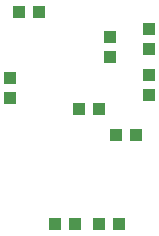
<source format=gbr>
%TF.GenerationSoftware,KiCad,Pcbnew,7.0.9*%
%TF.CreationDate,2024-03-16T10:18:14+00:00*%
%TF.ProjectId,wmk,776d6b2e-6b69-4636-9164-5f7063625858,rev?*%
%TF.SameCoordinates,Original*%
%TF.FileFunction,Paste,Bot*%
%TF.FilePolarity,Positive*%
%FSLAX46Y46*%
G04 Gerber Fmt 4.6, Leading zero omitted, Abs format (unit mm)*
G04 Created by KiCad (PCBNEW 7.0.9) date 2024-03-16 10:18:14*
%MOMM*%
%LPD*%
G01*
G04 APERTURE LIST*
%ADD10R,1.100000X1.000000*%
%ADD11R,1.000000X1.100000*%
G04 APERTURE END LIST*
D10*
%TO.C,C11*%
X154011965Y-94800988D03*
X152311965Y-94800988D03*
%TD*%
D11*
%TO.C,C12*%
X144787584Y-84136100D03*
X144787584Y-82436100D03*
%TD*%
D10*
%TO.C,R2*%
X156546468Y-79980185D03*
X156546468Y-78280185D03*
%TD*%
D11*
%TO.C,R1*%
X153771600Y-87223600D03*
X155471600Y-87223600D03*
%TD*%
D10*
%TO.C,C10*%
X148655690Y-94803160D03*
X150355690Y-94803160D03*
%TD*%
D11*
%TO.C,C7*%
X156542515Y-82148772D03*
X156542515Y-83848772D03*
%TD*%
%TO.C,C6*%
X153245100Y-78937500D03*
X153245100Y-80637500D03*
%TD*%
D10*
%TO.C,C16*%
X152355000Y-85009800D03*
X150655000Y-85009800D03*
%TD*%
%TO.C,C5*%
X145579268Y-76780438D03*
X147279268Y-76780438D03*
%TD*%
M02*

</source>
